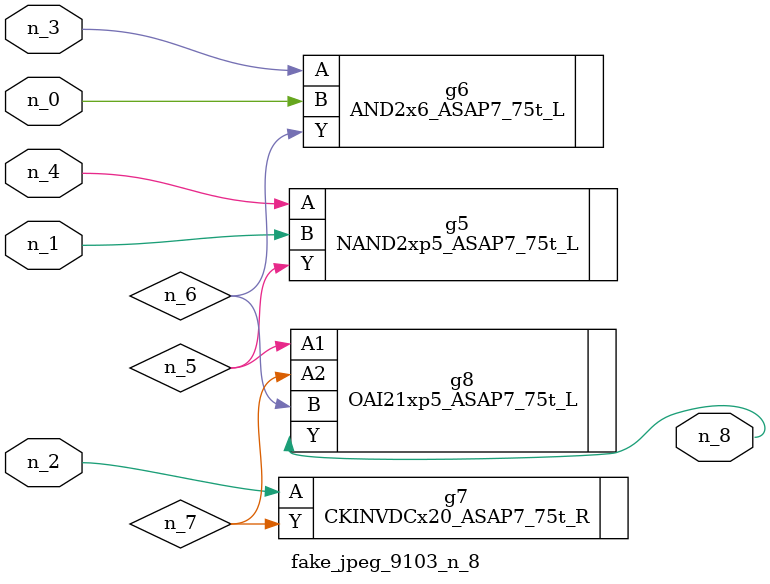
<source format=v>
module fake_jpeg_9103_n_8 (n_3, n_2, n_1, n_0, n_4, n_8);

input n_3;
input n_2;
input n_1;
input n_0;
input n_4;

output n_8;

wire n_6;
wire n_5;
wire n_7;

NAND2xp5_ASAP7_75t_L g5 ( 
.A(n_4),
.B(n_1),
.Y(n_5)
);

AND2x6_ASAP7_75t_L g6 ( 
.A(n_3),
.B(n_0),
.Y(n_6)
);

CKINVDCx20_ASAP7_75t_R g7 ( 
.A(n_2),
.Y(n_7)
);

OAI21xp5_ASAP7_75t_L g8 ( 
.A1(n_5),
.A2(n_7),
.B(n_6),
.Y(n_8)
);


endmodule
</source>
